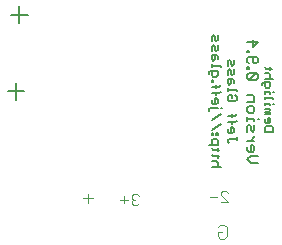
<source format=gbr>
G04 EAGLE Gerber RS-274X export*
G75*
%MOMM*%
%FSLAX34Y34*%
%LPD*%
%INSilkscreen Bottom*%
%IPPOS*%
%AMOC8*
5,1,8,0,0,1.08239X$1,22.5*%
G01*
%ADD10C,0.127000*%
%ADD11C,0.152400*%
%ADD12C,0.076200*%
%ADD13C,0.101600*%
%ADD14C,0.177800*%


D10*
X338461Y135268D02*
X331597Y135268D01*
X331597Y138700D01*
X332741Y139844D01*
X337317Y139844D01*
X338461Y138700D01*
X338461Y135268D01*
X331597Y143896D02*
X331597Y146184D01*
X331597Y143896D02*
X332741Y142752D01*
X335029Y142752D01*
X336173Y143896D01*
X336173Y146184D01*
X335029Y147328D01*
X333885Y147328D01*
X333885Y142752D01*
X331597Y150236D02*
X336173Y150236D01*
X336173Y151380D01*
X335029Y152524D01*
X331597Y152524D01*
X335029Y152524D02*
X336173Y153668D01*
X335029Y154812D01*
X331597Y154812D01*
X336173Y157720D02*
X336173Y158864D01*
X331597Y158864D01*
X331597Y157720D02*
X331597Y160008D01*
X338461Y158864D02*
X339605Y158864D01*
X338461Y162710D02*
X338461Y163854D01*
X331597Y163854D01*
X331597Y162710D02*
X331597Y164998D01*
X336173Y167699D02*
X336173Y168843D01*
X331597Y168843D01*
X331597Y167699D02*
X331597Y169987D01*
X338461Y168843D02*
X339605Y168843D01*
X329309Y174976D02*
X329309Y176120D01*
X330453Y177264D01*
X336173Y177264D01*
X336173Y173832D01*
X335029Y172689D01*
X332741Y172689D01*
X331597Y173832D01*
X331597Y177264D01*
X331597Y180173D02*
X338461Y180173D01*
X336173Y181317D02*
X335029Y180173D01*
X336173Y181317D02*
X336173Y183605D01*
X335029Y184749D01*
X331597Y184749D01*
X332741Y188801D02*
X337317Y188801D01*
X332741Y188801D02*
X331597Y189945D01*
X336173Y189945D02*
X336173Y187657D01*
D11*
X325381Y109022D02*
X319619Y109022D01*
X316738Y111903D01*
X319619Y114784D01*
X325381Y114784D01*
X316738Y119817D02*
X316738Y122699D01*
X316738Y119817D02*
X318179Y118377D01*
X321060Y118377D01*
X322500Y119817D01*
X322500Y122699D01*
X321060Y124139D01*
X319619Y124139D01*
X319619Y118377D01*
X316738Y127732D02*
X322500Y127732D01*
X319619Y127732D02*
X322500Y130613D01*
X322500Y132054D01*
X316738Y135528D02*
X316738Y139850D01*
X318179Y141290D01*
X319619Y139850D01*
X319619Y136969D01*
X321060Y135528D01*
X322500Y136969D01*
X322500Y141290D01*
X322500Y144883D02*
X322500Y146324D01*
X316738Y146324D01*
X316738Y147764D02*
X316738Y144883D01*
X325381Y146324D02*
X326822Y146324D01*
X316738Y152561D02*
X316738Y155442D01*
X318179Y156882D01*
X321060Y156882D01*
X322500Y155442D01*
X322500Y152561D01*
X321060Y151120D01*
X318179Y151120D01*
X316738Y152561D01*
X316738Y160475D02*
X322500Y160475D01*
X322500Y164797D01*
X321060Y166237D01*
X316738Y166237D01*
X318179Y179186D02*
X323941Y179186D01*
X325381Y180626D01*
X325381Y183507D01*
X323941Y184948D01*
X318179Y184948D01*
X316738Y183507D01*
X316738Y180626D01*
X318179Y179186D01*
X323941Y184948D01*
X318179Y188541D02*
X316738Y188541D01*
X318179Y188541D02*
X318179Y189981D01*
X316738Y189981D01*
X316738Y188541D01*
X318179Y193218D02*
X316738Y194659D01*
X316738Y197540D01*
X318179Y198981D01*
X323941Y198981D01*
X325381Y197540D01*
X325381Y194659D01*
X323941Y193218D01*
X322500Y193218D01*
X321060Y194659D01*
X321060Y198981D01*
X318179Y202573D02*
X316738Y202573D01*
X318179Y202573D02*
X318179Y204014D01*
X316738Y204014D01*
X316738Y202573D01*
X316738Y211573D02*
X325381Y211573D01*
X321060Y207251D01*
X321060Y213013D01*
D10*
X299974Y127122D02*
X301245Y125851D01*
X299974Y127122D02*
X299974Y128393D01*
X301245Y129664D01*
X307601Y129664D01*
X307601Y128393D02*
X307601Y130935D01*
X299974Y135308D02*
X299974Y137850D01*
X299974Y135308D02*
X301245Y134037D01*
X303787Y134037D01*
X305058Y135308D01*
X305058Y137850D01*
X303787Y139121D01*
X302516Y139121D01*
X302516Y134037D01*
X299974Y143494D02*
X306329Y143494D01*
X307601Y144765D01*
X303787Y144765D02*
X303787Y142222D01*
X306329Y148951D02*
X299974Y148951D01*
X306329Y148951D02*
X307601Y150222D01*
X303787Y150222D02*
X303787Y147680D01*
X307601Y165136D02*
X306329Y166407D01*
X307601Y165136D02*
X307601Y162594D01*
X306329Y161323D01*
X301245Y161323D01*
X299974Y162594D01*
X299974Y165136D01*
X301245Y166407D01*
X303787Y166407D01*
X303787Y163865D01*
X307601Y169508D02*
X307601Y170779D01*
X299974Y170779D01*
X299974Y169508D02*
X299974Y172051D01*
X305058Y176237D02*
X305058Y178779D01*
X303787Y180050D01*
X299974Y180050D01*
X299974Y176237D01*
X301245Y174966D01*
X302516Y176237D01*
X302516Y180050D01*
X299974Y183151D02*
X299974Y186965D01*
X301245Y188236D01*
X302516Y186965D01*
X302516Y184422D01*
X303787Y183151D01*
X305058Y184422D01*
X305058Y188236D01*
X299974Y191337D02*
X299974Y195150D01*
X301245Y196422D01*
X302516Y195150D01*
X302516Y192608D01*
X303787Y191337D01*
X305058Y192608D01*
X305058Y196422D01*
X294266Y105386D02*
X286639Y105386D01*
X290452Y105386D02*
X291723Y106658D01*
X291723Y109200D01*
X290452Y110471D01*
X286639Y110471D01*
X287910Y114843D02*
X292994Y114843D01*
X287910Y114843D02*
X286639Y116114D01*
X291723Y116114D02*
X291723Y113572D01*
X292994Y120300D02*
X287910Y120300D01*
X286639Y121572D01*
X291723Y121572D02*
X291723Y119029D01*
X291723Y124487D02*
X284097Y124487D01*
X291723Y124487D02*
X291723Y128300D01*
X290452Y129571D01*
X287910Y129571D01*
X286639Y128300D01*
X286639Y124487D01*
X291723Y132672D02*
X291723Y133943D01*
X290452Y133943D01*
X290452Y132672D01*
X291723Y132672D01*
X287910Y132672D02*
X287910Y133943D01*
X286639Y133943D01*
X286639Y132672D01*
X287910Y132672D01*
X286639Y136765D02*
X294266Y141850D01*
X294266Y150035D02*
X286639Y144951D01*
X284097Y153137D02*
X284097Y154408D01*
X285368Y155679D01*
X291723Y155679D01*
X294266Y155679D02*
X295537Y155679D01*
X286639Y159865D02*
X286639Y162407D01*
X286639Y159865D02*
X287910Y158594D01*
X290452Y158594D01*
X291723Y159865D01*
X291723Y162407D01*
X290452Y163678D01*
X289181Y163678D01*
X289181Y158594D01*
X286639Y168051D02*
X292994Y168051D01*
X294266Y169322D01*
X290452Y169322D02*
X290452Y166780D01*
X292994Y173508D02*
X286639Y173508D01*
X292994Y173508D02*
X294266Y174779D01*
X290452Y174779D02*
X290452Y172237D01*
X287910Y177694D02*
X286639Y177694D01*
X287910Y177694D02*
X287910Y178965D01*
X286639Y178965D01*
X286639Y177694D01*
X284097Y184329D02*
X284097Y185600D01*
X285368Y186871D01*
X291723Y186871D01*
X291723Y183058D01*
X290452Y181787D01*
X287910Y181787D01*
X286639Y183058D01*
X286639Y186871D01*
X294266Y189973D02*
X294266Y191244D01*
X286639Y191244D01*
X286639Y189973D02*
X286639Y192515D01*
X291723Y196701D02*
X291723Y199243D01*
X290452Y200514D01*
X286639Y200514D01*
X286639Y196701D01*
X287910Y195430D01*
X289181Y196701D01*
X289181Y200514D01*
X286639Y203616D02*
X286639Y207429D01*
X287910Y208700D01*
X289181Y207429D01*
X289181Y204887D01*
X290452Y203616D01*
X291723Y204887D01*
X291723Y208700D01*
X286639Y211802D02*
X286639Y215615D01*
X287910Y216886D01*
X289181Y215615D01*
X289181Y213073D01*
X290452Y211802D01*
X291723Y213073D01*
X291723Y216886D01*
D12*
X294042Y75565D02*
X300312Y75565D01*
X294042Y81836D01*
X294042Y83403D01*
X295609Y84971D01*
X298745Y84971D01*
X300312Y83403D01*
X290957Y80268D02*
X284686Y80268D01*
X224874Y81117D02*
X223307Y82685D01*
X220171Y82685D01*
X218604Y81117D01*
X218604Y79550D01*
X220171Y77982D01*
X221739Y77982D01*
X220171Y77982D02*
X218604Y76414D01*
X218604Y74847D01*
X220171Y73279D01*
X223307Y73279D01*
X224874Y74847D01*
X215519Y77982D02*
X209248Y77982D01*
X212384Y81117D02*
X212384Y74847D01*
D13*
X291416Y54703D02*
X293365Y56652D01*
X297263Y56652D01*
X299212Y54703D01*
X299212Y46907D01*
X297263Y44958D01*
X293365Y44958D01*
X291416Y46907D01*
X291416Y50805D01*
X295314Y50805D01*
X185596Y78999D02*
X177800Y78999D01*
X181698Y82897D02*
X181698Y75101D01*
D14*
X130669Y234451D02*
X116602Y234451D01*
X123636Y241484D02*
X123636Y227418D01*
X127875Y169681D02*
X113808Y169681D01*
X120842Y176714D02*
X120842Y162648D01*
M02*

</source>
